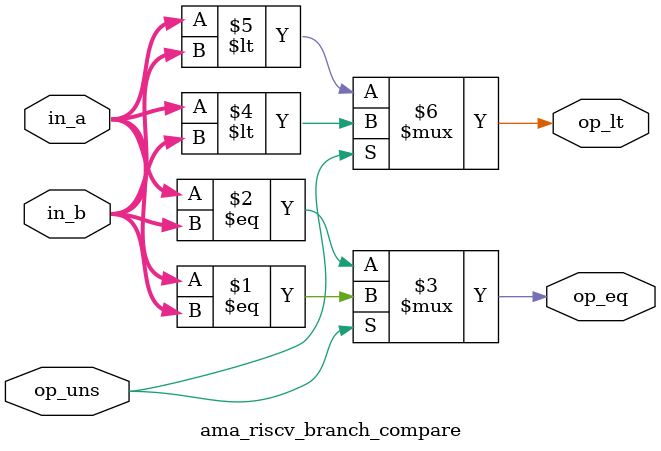
<source format=v>

module ama_riscv_branch_compare (
    // inputs
    input   wire        op_uns  ,
    input   wire [31:0] in_a    ,
    input   wire [31:0] in_b    ,
    // outputs
    output  wire        op_eq   ,
    output  wire        op_lt   
);

//-----------------------------------------------------------------------------
// Signals

//-----------------------------------------------------------------------------
// Compare

// Operands equal
assign op_eq = (op_uns) ? (in_a == in_b) : ($signed(in_a) == $signed(in_b));

// Operand A less than operand B
assign op_lt = (op_uns) ? (in_a <  in_b) : ($signed(in_a) <  $signed(in_b));

endmodule
</source>
